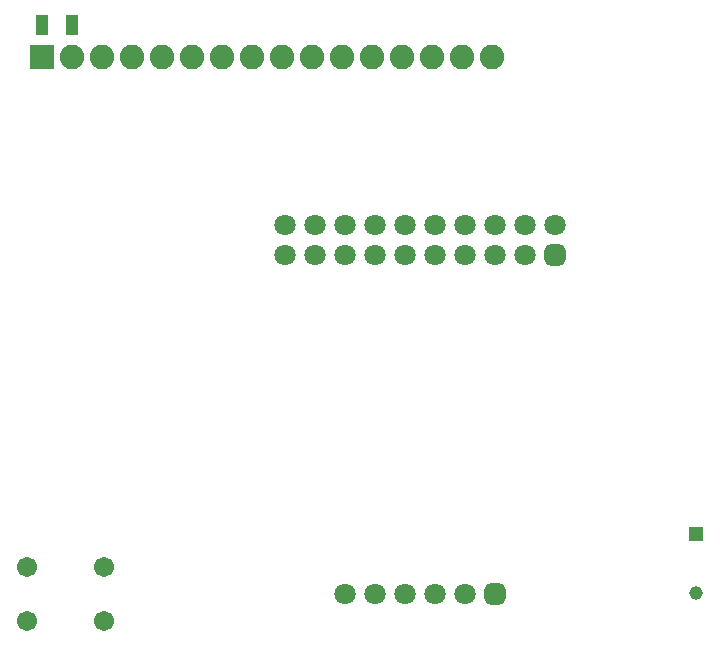
<source format=gbs>
G04*
G04 #@! TF.GenerationSoftware,Altium Limited,Altium Designer,21.3.2 (30)*
G04*
G04 Layer_Color=16711935*
%FSLAX25Y25*%
%MOIN*%
G70*
G04*
G04 #@! TF.SameCoordinates,C5F37314-CDAC-41E9-AC7F-4832BFE522EA*
G04*
G04*
G04 #@! TF.FilePolarity,Negative*
G04*
G01*
G75*
%ADD14C,0.04528*%
%ADD15R,0.04528X0.04528*%
%ADD16C,0.06706*%
%ADD17C,0.07099*%
G04:AMPARAMS|DCode=18|XSize=70.99mil|YSize=70.99mil|CornerRadius=19.75mil|HoleSize=0mil|Usage=FLASHONLY|Rotation=180.000|XOffset=0mil|YOffset=0mil|HoleType=Round|Shape=RoundedRectangle|*
%AMROUNDEDRECTD18*
21,1,0.07099,0.03150,0,0,180.0*
21,1,0.03150,0.07099,0,0,180.0*
1,1,0.03950,-0.01575,0.01575*
1,1,0.03950,0.01575,0.01575*
1,1,0.03950,0.01575,-0.01575*
1,1,0.03950,-0.01575,-0.01575*
%
%ADD18ROUNDEDRECTD18*%
%ADD19R,0.08200X0.08200*%
%ADD20C,0.08200*%
%ADD28R,0.04352X0.06528*%
D14*
X289000Y79158D02*
D03*
D15*
Y98843D02*
D03*
D16*
X91535Y69882D02*
D03*
Y87598D02*
D03*
X65945Y69882D02*
D03*
Y87598D02*
D03*
D17*
X181850Y201850D02*
D03*
Y191850D02*
D03*
X191850Y201850D02*
D03*
X201850D02*
D03*
X191850Y191850D02*
D03*
X201850D02*
D03*
X211850Y201850D02*
D03*
Y191850D02*
D03*
X221850Y201850D02*
D03*
Y191850D02*
D03*
X231850Y201850D02*
D03*
Y191850D02*
D03*
X241850Y201850D02*
D03*
X171850Y191850D02*
D03*
X161850D02*
D03*
X151850D02*
D03*
X171850Y201850D02*
D03*
X161850D02*
D03*
X151850D02*
D03*
X171850Y78740D02*
D03*
X181850D02*
D03*
X201850D02*
D03*
X211850D02*
D03*
X191850D02*
D03*
D18*
X241850Y191850D02*
D03*
X221850Y78740D02*
D03*
D19*
X70866Y257874D02*
D03*
D20*
X80866D02*
D03*
X90866D02*
D03*
X100866D02*
D03*
X110866D02*
D03*
X120866D02*
D03*
X130866D02*
D03*
X140866D02*
D03*
X150866D02*
D03*
X160866D02*
D03*
X170866D02*
D03*
X180866D02*
D03*
X190866D02*
D03*
X200866D02*
D03*
X210866D02*
D03*
X220866D02*
D03*
D28*
X81009Y268504D02*
D03*
X70959D02*
D03*
M02*

</source>
